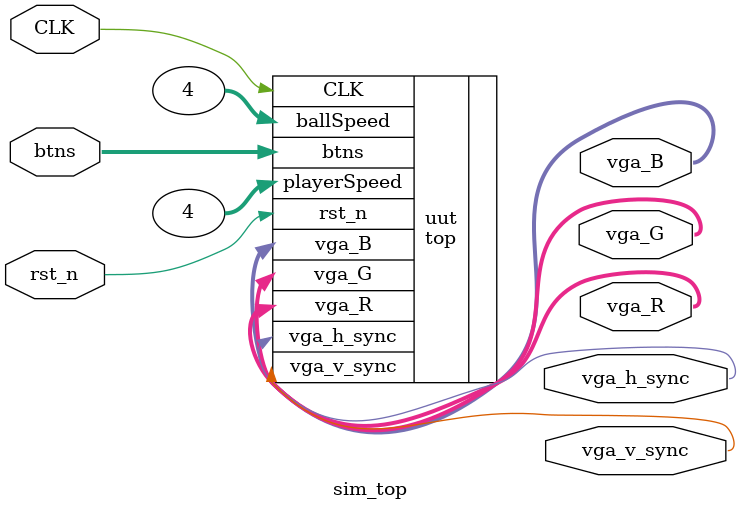
<source format=sv>
module sim_top (
    input logic CLK,
    input logic rst_n,
    output logic vga_h_sync,
    output logic vga_v_sync,
    output logic [3:0] vga_R, 
    output logic [3:0] vga_G,
    output logic [3:0] vga_B,
    input logic [3:0] btns
);

    top uut(
        .CLK(CLK),
        .rst_n(rst_n),
        .ballSpeed(4),
        .playerSpeed(4),
        .vga_h_sync(vga_h_sync),
        .vga_v_sync(vga_v_sync),
        .vga_R(vga_R), 
        .vga_G(vga_G),
        .vga_B(vga_B),
        .btns(btns)
    );
endmodule

</source>
